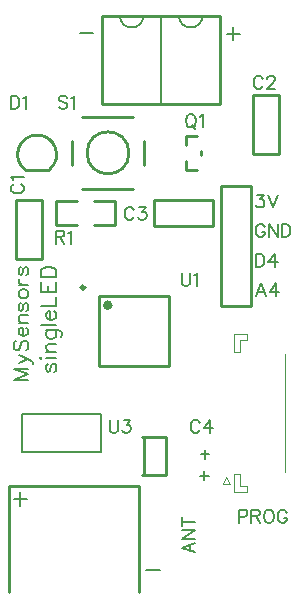
<source format=gto>
G04 ---------------------------- Layer name :TOP SILK LAYER*
G04 EasyEDA v5.3.2, Sat, 10 Mar 2018 16:58:59 GMT*
G04 Gerber Generator version 0.2*
G04 Scale: 100 percent, Rotated: No, Reflected: No *
G04 Dimensions in millimeters *
G04 leading zeros omitted , absolute positions ,3 integer and 3 decimal *
%FSLAX33Y33*%
%MOMM*%
G90*
G71D02*

%ADD10C,0.254000*%
%ADD31C,0.150114*%
%ADD32C,0.228600*%
%ADD33C,0.119990*%
%ADD34C,0.200660*%
%ADD35C,0.299999*%
%ADD36C,0.399999*%
%ADD37C,0.200000*%
%ADD38C,0.203200*%
%ADD39C,0.177800*%

%LPD*%
G54D10*
G01X8501Y49681D02*
G01X8501Y42182D01*
G01X18504Y49681D02*
G01X18504Y42181D01*
G01X18501Y42182D02*
G01X8501Y42182D01*
G01X18501Y49681D02*
G01X8501Y49681D01*
G54D31*
G01X13501Y42182D02*
G01X13501Y49681D01*
G54D10*
G01X14131Y25914D02*
G01X8231Y25914D01*
G01X8231Y20014D01*
G01X14131Y20014D01*
G01X14131Y25914D01*
G54D32*
G01X17864Y31881D02*
G01X12864Y31881D01*
G01X12864Y34081D01*
G01X17864Y34081D01*
G01X17864Y31881D01*
G54D10*
G01X7823Y31940D02*
G01X9601Y31940D01*
G01X9601Y34023D01*
G01X7823Y34023D01*
G01X6400Y34023D02*
G01X4622Y34023D01*
G01X4622Y31940D01*
G01X6400Y31940D01*
G54D32*
G01X1185Y29087D02*
G01X1185Y34087D01*
G01X3386Y34087D01*
G01X3386Y29087D01*
G01X1185Y29087D01*
G54D33*
G01X24008Y11020D02*
G01X24008Y21020D01*
G01X20807Y9321D02*
G01X19708Y9321D01*
G01X19708Y10870D01*
G01X20207Y10870D01*
G01X20207Y9820D01*
G01X20807Y9820D01*
G01X20807Y9321D01*
G01X20807Y22720D02*
G01X19708Y22720D01*
G01X19708Y21170D01*
G01X20207Y21170D01*
G01X20207Y22220D01*
G01X20807Y22220D01*
G01X20807Y22720D01*
G01X19008Y10645D02*
G01X18708Y10045D01*
G01X19308Y10045D01*
G01X19008Y10645D01*
G54D10*
G01X11158Y41109D02*
G01X6840Y41109D01*
G01X6840Y35013D02*
G01X11158Y35013D01*
G01X12047Y39052D02*
G01X12047Y37045D01*
G01X5951Y39077D02*
G01X5951Y37045D01*
G01X1983Y36639D02*
G01X4015Y36639D01*
G01X21082Y35267D02*
G01X21082Y25107D01*
G01X18542Y25107D01*
G01X18542Y35267D01*
G01X21082Y35267D01*
G01X21082Y32727D01*
G01X16891Y37884D02*
G01X16891Y38239D01*
G01X16510Y39509D02*
G01X15621Y39509D01*
G01X15621Y38747D01*
G01X15621Y37376D02*
G01X15621Y36614D01*
G01X16510Y36614D01*
G54D34*
G01X8448Y12710D02*
G01X1747Y12710D01*
G01X1747Y15958D01*
G01X8448Y15958D01*
G01X8448Y12710D01*
G54D10*
G01X12090Y13931D02*
G01X12090Y10883D01*
G01X11887Y14008D02*
G01X13919Y14008D01*
G01X13919Y10807D02*
G01X13919Y14008D01*
G01X13919Y10807D02*
G01X11887Y10807D01*
G01X588Y881D02*
G01X588Y9881D01*
G01X11587Y881D02*
G01X11587Y9881D01*
G01X588Y9881D02*
G01X11587Y9881D01*
G54D32*
G01X21251Y37977D02*
G01X21251Y42977D01*
G01X23452Y42977D01*
G01X23452Y37977D01*
G01X21251Y37977D01*
G54D37*
G01X1016Y18849D02*
G01X2255Y18849D01*
G01X1016Y18849D02*
G01X2255Y19321D01*
G01X1016Y19794D02*
G01X2255Y19321D01*
G01X1016Y19794D02*
G01X2255Y19794D01*
G01X1430Y20243D02*
G01X2255Y20599D01*
G01X1430Y20952D02*
G01X2255Y20599D01*
G01X2491Y20480D01*
G01X2611Y20363D01*
G01X2669Y20243D01*
G01X2669Y20185D01*
G01X1193Y22169D02*
G01X1074Y22052D01*
G01X1016Y21874D01*
G01X1016Y21638D01*
G01X1074Y21460D01*
G01X1193Y21343D01*
G01X1310Y21343D01*
G01X1430Y21402D01*
G01X1488Y21460D01*
G01X1546Y21579D01*
G01X1666Y21932D01*
G01X1724Y22052D01*
G01X1783Y22110D01*
G01X1902Y22169D01*
G01X2080Y22169D01*
G01X2197Y22052D01*
G01X2255Y21874D01*
G01X2255Y21638D01*
G01X2197Y21460D01*
G01X2080Y21343D01*
G01X1783Y22560D02*
G01X1783Y23268D01*
G01X1666Y23268D01*
G01X1546Y23210D01*
G01X1488Y23152D01*
G01X1430Y23032D01*
G01X1430Y22854D01*
G01X1488Y22738D01*
G01X1605Y22618D01*
G01X1783Y22560D01*
G01X1902Y22560D01*
G01X2080Y22618D01*
G01X2197Y22738D01*
G01X2255Y22854D01*
G01X2255Y23032D01*
G01X2197Y23152D01*
G01X2080Y23268D01*
G01X1430Y23660D02*
G01X2255Y23660D01*
G01X1666Y23660D02*
G01X1488Y23835D01*
G01X1430Y23954D01*
G01X1430Y24132D01*
G01X1488Y24249D01*
G01X1666Y24310D01*
G01X2255Y24310D01*
G01X1605Y25349D02*
G01X1488Y25290D01*
G01X1430Y25113D01*
G01X1430Y24935D01*
G01X1488Y24757D01*
G01X1605Y24698D01*
G01X1724Y24757D01*
G01X1783Y24876D01*
G01X1844Y25171D01*
G01X1902Y25290D01*
G01X2019Y25349D01*
G01X2080Y25349D01*
G01X2197Y25290D01*
G01X2255Y25113D01*
G01X2255Y24935D01*
G01X2197Y24757D01*
G01X2080Y24698D01*
G01X1430Y26035D02*
G01X1488Y25915D01*
G01X1605Y25798D01*
G01X1783Y25740D01*
G01X1902Y25740D01*
G01X2080Y25798D01*
G01X2197Y25915D01*
G01X2255Y26035D01*
G01X2255Y26212D01*
G01X2197Y26329D01*
G01X2080Y26449D01*
G01X1902Y26507D01*
G01X1783Y26507D01*
G01X1605Y26449D01*
G01X1488Y26329D01*
G01X1430Y26212D01*
G01X1430Y26035D01*
G01X1430Y26898D02*
G01X2255Y26898D01*
G01X1783Y26898D02*
G01X1605Y26957D01*
G01X1488Y27073D01*
G01X1430Y27193D01*
G01X1430Y27371D01*
G01X1605Y28409D02*
G01X1488Y28351D01*
G01X1430Y28173D01*
G01X1430Y27995D01*
G01X1488Y27818D01*
G01X1605Y27759D01*
G01X1724Y27818D01*
G01X1783Y27937D01*
G01X1844Y28232D01*
G01X1902Y28351D01*
G01X2019Y28409D01*
G01X2080Y28409D01*
G01X2197Y28351D01*
G01X2255Y28173D01*
G01X2255Y27995D01*
G01X2197Y27818D01*
G01X2080Y27759D01*
G01X3942Y20218D02*
G01X3815Y20154D01*
G01X3751Y19961D01*
G01X3751Y19771D01*
G01X3815Y19580D01*
G01X3942Y19517D01*
G01X4069Y19580D01*
G01X4132Y19707D01*
G01X4196Y20025D01*
G01X4259Y20154D01*
G01X4386Y20218D01*
G01X4450Y20218D01*
G01X4577Y20154D01*
G01X4640Y19961D01*
G01X4640Y19771D01*
G01X4577Y19580D01*
G01X4450Y19517D01*
G01X3304Y20637D02*
G01X3368Y20701D01*
G01X3304Y20764D01*
G01X3241Y20701D01*
G01X3304Y20637D01*
G01X3751Y20701D02*
G01X4640Y20701D01*
G01X3751Y21183D02*
G01X4640Y21183D01*
G01X4005Y21183D02*
G01X3815Y21376D01*
G01X3751Y21503D01*
G01X3751Y21694D01*
G01X3815Y21821D01*
G01X4005Y21884D01*
G01X4640Y21884D01*
G01X3751Y23068D02*
G01X4770Y23068D01*
G01X4960Y23004D01*
G01X5024Y22941D01*
G01X5087Y22814D01*
G01X5087Y22623D01*
G01X5024Y22496D01*
G01X3942Y23068D02*
G01X3815Y22941D01*
G01X3751Y22814D01*
G01X3751Y22623D01*
G01X3815Y22496D01*
G01X3942Y22367D01*
G01X4132Y22303D01*
G01X4259Y22303D01*
G01X4450Y22367D01*
G01X4577Y22496D01*
G01X4640Y22623D01*
G01X4640Y22814D01*
G01X4577Y22941D01*
G01X4450Y23068D01*
G01X3304Y23487D02*
G01X4640Y23487D01*
G01X4132Y23909D02*
G01X4132Y24671D01*
G01X4005Y24671D01*
G01X3878Y24607D01*
G01X3815Y24544D01*
G01X3751Y24417D01*
G01X3751Y24226D01*
G01X3815Y24099D01*
G01X3942Y23972D01*
G01X4132Y23909D01*
G01X4259Y23909D01*
G01X4450Y23972D01*
G01X4577Y24099D01*
G01X4640Y24226D01*
G01X4640Y24417D01*
G01X4577Y24544D01*
G01X4450Y24671D01*
G01X3304Y25092D02*
G01X4640Y25092D01*
G01X4640Y25092D02*
G01X4640Y25854D01*
G01X3304Y26276D02*
G01X4640Y26276D01*
G01X3304Y26276D02*
G01X3304Y27101D01*
G01X3942Y26276D02*
G01X3942Y26784D01*
G01X4640Y26276D02*
G01X4640Y27101D01*
G01X3304Y27523D02*
G01X4640Y27523D01*
G01X3304Y27523D02*
G01X3304Y27967D01*
G01X3368Y28158D01*
G01X3497Y28285D01*
G01X3624Y28348D01*
G01X3815Y28412D01*
G01X4132Y28412D01*
G01X4323Y28348D01*
G01X4450Y28285D01*
G01X4577Y28158D01*
G01X4640Y27967D01*
G01X4640Y27523D01*
G54D38*
G01X21617Y34531D02*
G01X22189Y34531D01*
G01X21877Y34117D01*
G01X22034Y34117D01*
G01X22136Y34063D01*
G01X22189Y34013D01*
G01X22240Y33858D01*
G01X22240Y33754D01*
G01X22189Y33596D01*
G01X22085Y33492D01*
G01X21930Y33441D01*
G01X21772Y33441D01*
G01X21617Y33492D01*
G01X21564Y33545D01*
G01X21513Y33649D01*
G01X22583Y34531D02*
G01X22999Y33441D01*
G01X23416Y34531D02*
G01X22999Y33441D01*
G01X17228Y12164D02*
G01X17228Y12890D01*
G01X17592Y12527D02*
G01X16865Y12527D01*
G01X17157Y10368D02*
G01X17157Y11094D01*
G01X17520Y10731D02*
G01X16794Y10731D01*
G01X12252Y2730D02*
G01X13398Y2730D01*
G01X1587Y9334D02*
G01X1587Y8191D01*
G01X1016Y8763D02*
G01X2161Y8763D01*
G01X22293Y31766D02*
G01X22240Y31870D01*
G01X22136Y31974D01*
G01X22034Y32025D01*
G01X21826Y32025D01*
G01X21722Y31974D01*
G01X21617Y31870D01*
G01X21564Y31766D01*
G01X21513Y31611D01*
G01X21513Y31352D01*
G01X21564Y31194D01*
G01X21617Y31090D01*
G01X21722Y30986D01*
G01X21826Y30935D01*
G01X22034Y30935D01*
G01X22136Y30986D01*
G01X22240Y31090D01*
G01X22293Y31194D01*
G01X22293Y31352D01*
G01X22034Y31352D02*
G01X22293Y31352D01*
G01X22636Y32025D02*
G01X22636Y30935D01*
G01X22636Y32025D02*
G01X23362Y30935D01*
G01X23362Y32025D02*
G01X23362Y30935D01*
G01X23705Y32025D02*
G01X23705Y30935D01*
G01X23705Y32025D02*
G01X24069Y32025D01*
G01X24226Y31974D01*
G01X24330Y31870D01*
G01X24381Y31766D01*
G01X24434Y31611D01*
G01X24434Y31352D01*
G01X24381Y31194D01*
G01X24330Y31090D01*
G01X24226Y30986D01*
G01X24069Y30935D01*
G01X23705Y30935D01*
G01X21513Y29519D02*
G01X21513Y28429D01*
G01X21513Y29519D02*
G01X21876Y29519D01*
G01X22034Y29468D01*
G01X22136Y29364D01*
G01X22189Y29259D01*
G01X22240Y29105D01*
G01X22240Y28845D01*
G01X22189Y28688D01*
G01X22136Y28584D01*
G01X22034Y28480D01*
G01X21876Y28429D01*
G01X21513Y28429D01*
G01X23103Y29519D02*
G01X22583Y28792D01*
G01X23362Y28792D01*
G01X23103Y29519D02*
G01X23103Y28429D01*
G01X21930Y27012D02*
G01X21513Y25923D01*
G01X21930Y27012D02*
G01X22344Y25923D01*
G01X21668Y26286D02*
G01X22189Y26286D01*
G01X23207Y27012D02*
G01X22687Y26286D01*
G01X23467Y26286D01*
G01X23207Y27012D02*
G01X23207Y25923D01*
G01X19621Y48729D02*
G01X19621Y47586D01*
G01X19050Y48158D02*
G01X20195Y48158D01*
G01X6604Y48221D02*
G01X7749Y48221D01*
G54D39*
G01X15240Y27901D02*
G01X15240Y27122D01*
G01X15290Y26964D01*
G01X15394Y26863D01*
G01X15552Y26809D01*
G01X15656Y26809D01*
G01X15811Y26863D01*
G01X15915Y26964D01*
G01X15966Y27122D01*
G01X15966Y27901D01*
G01X16309Y27693D02*
G01X16413Y27744D01*
G01X16570Y27901D01*
G01X16570Y26809D01*
G01X15240Y4645D02*
G01X16329Y4229D01*
G01X15240Y4645D02*
G01X16329Y5059D01*
G01X15966Y4384D02*
G01X15966Y4904D01*
G01X15240Y5402D02*
G01X16329Y5402D01*
G01X15240Y5402D02*
G01X16329Y6131D01*
G01X15240Y6131D02*
G01X16329Y6131D01*
G01X15240Y6837D02*
G01X16329Y6837D01*
G01X15240Y6474D02*
G01X15240Y7200D01*
G01X11193Y33228D02*
G01X11142Y33332D01*
G01X11038Y33436D01*
G01X10934Y33489D01*
G01X10726Y33489D01*
G01X10622Y33436D01*
G01X10518Y33332D01*
G01X10467Y33228D01*
G01X10414Y33073D01*
G01X10414Y32814D01*
G01X10467Y32656D01*
G01X10518Y32552D01*
G01X10622Y32448D01*
G01X10726Y32397D01*
G01X10934Y32397D01*
G01X11038Y32448D01*
G01X11142Y32552D01*
G01X11193Y32656D01*
G01X11640Y33489D02*
G01X12212Y33489D01*
G01X11899Y33073D01*
G01X12057Y33073D01*
G01X12158Y33020D01*
G01X12212Y32969D01*
G01X12263Y32814D01*
G01X12263Y32710D01*
G01X12212Y32552D01*
G01X12108Y32448D01*
G01X11953Y32397D01*
G01X11795Y32397D01*
G01X11640Y32448D01*
G01X11587Y32501D01*
G01X11536Y32606D01*
G01X4572Y31457D02*
G01X4572Y30368D01*
G01X4572Y31457D02*
G01X5039Y31457D01*
G01X5194Y31407D01*
G01X5247Y31356D01*
G01X5298Y31252D01*
G01X5298Y31148D01*
G01X5247Y31043D01*
G01X5194Y30990D01*
G01X5039Y30939D01*
G01X4572Y30939D01*
G01X4935Y30939D02*
G01X5298Y30368D01*
G01X5641Y31252D02*
G01X5745Y31302D01*
G01X5902Y31457D01*
G01X5902Y30368D01*
G01X1023Y35427D02*
G01X919Y35377D01*
G01X815Y35272D01*
G01X762Y35168D01*
G01X762Y34960D01*
G01X815Y34856D01*
G01X919Y34752D01*
G01X1023Y34701D01*
G01X1178Y34648D01*
G01X1437Y34648D01*
G01X1595Y34701D01*
G01X1699Y34752D01*
G01X1803Y34856D01*
G01X1854Y34960D01*
G01X1854Y35168D01*
G01X1803Y35272D01*
G01X1699Y35377D01*
G01X1595Y35427D01*
G01X970Y35770D02*
G01X919Y35874D01*
G01X762Y36029D01*
G01X1854Y36029D01*
G01X20066Y7835D02*
G01X20066Y6746D01*
G01X20066Y7835D02*
G01X20533Y7835D01*
G01X20688Y7785D01*
G01X20741Y7734D01*
G01X20792Y7630D01*
G01X20792Y7472D01*
G01X20741Y7368D01*
G01X20688Y7317D01*
G01X20533Y7264D01*
G01X20066Y7264D01*
G01X21135Y7835D02*
G01X21135Y6746D01*
G01X21135Y7835D02*
G01X21602Y7835D01*
G01X21760Y7785D01*
G01X21810Y7734D01*
G01X21864Y7630D01*
G01X21864Y7526D01*
G01X21810Y7421D01*
G01X21760Y7368D01*
G01X21602Y7317D01*
G01X21135Y7317D01*
G01X21501Y7317D02*
G01X21864Y6746D01*
G01X22517Y7835D02*
G01X22415Y7785D01*
G01X22311Y7680D01*
G01X22258Y7576D01*
G01X22207Y7421D01*
G01X22207Y7162D01*
G01X22258Y7005D01*
G01X22311Y6901D01*
G01X22415Y6797D01*
G01X22517Y6746D01*
G01X22725Y6746D01*
G01X22829Y6797D01*
G01X22933Y6901D01*
G01X22987Y7005D01*
G01X23037Y7162D01*
G01X23037Y7421D01*
G01X22987Y7576D01*
G01X22933Y7680D01*
G01X22829Y7785D01*
G01X22725Y7835D01*
G01X22517Y7835D01*
G01X24160Y7576D02*
G01X24107Y7680D01*
G01X24003Y7785D01*
G01X23901Y7835D01*
G01X23693Y7835D01*
G01X23588Y7785D01*
G01X23484Y7680D01*
G01X23431Y7576D01*
G01X23380Y7421D01*
G01X23380Y7162D01*
G01X23431Y7005D01*
G01X23484Y6901D01*
G01X23588Y6797D01*
G01X23693Y6746D01*
G01X23901Y6746D01*
G01X24003Y6797D01*
G01X24107Y6901D01*
G01X24160Y7005D01*
G01X24160Y7162D01*
G01X23901Y7162D02*
G01X24160Y7162D01*
G01X5552Y42732D02*
G01X5448Y42837D01*
G01X5293Y42887D01*
G01X5085Y42887D01*
G01X4930Y42837D01*
G01X4825Y42732D01*
G01X4825Y42628D01*
G01X4876Y42524D01*
G01X4930Y42473D01*
G01X5034Y42420D01*
G01X5346Y42316D01*
G01X5448Y42265D01*
G01X5501Y42214D01*
G01X5552Y42110D01*
G01X5552Y41953D01*
G01X5448Y41849D01*
G01X5293Y41798D01*
G01X5085Y41798D01*
G01X4930Y41849D01*
G01X4825Y41953D01*
G01X5895Y42682D02*
G01X5999Y42732D01*
G01X6156Y42887D01*
G01X6156Y41798D01*
G01X762Y42887D02*
G01X762Y41798D01*
G01X762Y42887D02*
G01X1125Y42887D01*
G01X1282Y42837D01*
G01X1384Y42732D01*
G01X1437Y42628D01*
G01X1488Y42473D01*
G01X1488Y42214D01*
G01X1437Y42057D01*
G01X1384Y41953D01*
G01X1282Y41849D01*
G01X1125Y41798D01*
G01X762Y41798D01*
G01X1831Y42682D02*
G01X1935Y42732D01*
G01X2092Y42887D01*
G01X2092Y41798D01*
G01X15920Y41313D02*
G01X15816Y41262D01*
G01X15712Y41158D01*
G01X15659Y41053D01*
G01X15608Y40899D01*
G01X15608Y40639D01*
G01X15659Y40482D01*
G01X15712Y40378D01*
G01X15816Y40274D01*
G01X15920Y40223D01*
G01X16129Y40223D01*
G01X16230Y40274D01*
G01X16334Y40378D01*
G01X16388Y40482D01*
G01X16438Y40639D01*
G01X16438Y40899D01*
G01X16388Y41053D01*
G01X16334Y41158D01*
G01X16230Y41262D01*
G01X16129Y41313D01*
G01X15920Y41313D01*
G01X16075Y40431D02*
G01X16388Y40119D01*
G01X16781Y41107D02*
G01X16885Y41158D01*
G01X17043Y41313D01*
G01X17043Y40223D01*
G01X9143Y15455D02*
G01X9143Y14678D01*
G01X9194Y14521D01*
G01X9298Y14417D01*
G01X9456Y14366D01*
G01X9560Y14366D01*
G01X9715Y14417D01*
G01X9819Y14521D01*
G01X9870Y14678D01*
G01X9870Y15455D01*
G01X10317Y15455D02*
G01X10888Y15455D01*
G01X10579Y15041D01*
G01X10734Y15041D01*
G01X10838Y14988D01*
G01X10888Y14937D01*
G01X10942Y14782D01*
G01X10942Y14678D01*
G01X10888Y14521D01*
G01X10784Y14417D01*
G01X10629Y14366D01*
G01X10474Y14366D01*
G01X10317Y14417D01*
G01X10266Y14470D01*
G01X10213Y14574D01*
G01X16781Y15196D02*
G01X16728Y15300D01*
G01X16624Y15405D01*
G01X16522Y15455D01*
G01X16314Y15455D01*
G01X16210Y15405D01*
G01X16106Y15300D01*
G01X16052Y15196D01*
G01X16002Y15041D01*
G01X16002Y14782D01*
G01X16052Y14625D01*
G01X16106Y14521D01*
G01X16210Y14417D01*
G01X16314Y14366D01*
G01X16522Y14366D01*
G01X16624Y14417D01*
G01X16728Y14521D01*
G01X16781Y14625D01*
G01X17642Y15455D02*
G01X17124Y14729D01*
G01X17904Y14729D01*
G01X17642Y15455D02*
G01X17642Y14366D01*
G01X22108Y44320D02*
G01X22057Y44424D01*
G01X21953Y44528D01*
G01X21849Y44582D01*
G01X21640Y44582D01*
G01X21536Y44528D01*
G01X21432Y44424D01*
G01X21381Y44320D01*
G01X21328Y44165D01*
G01X21328Y43906D01*
G01X21381Y43748D01*
G01X21432Y43644D01*
G01X21536Y43540D01*
G01X21640Y43489D01*
G01X21849Y43489D01*
G01X21953Y43540D01*
G01X22057Y43644D01*
G01X22108Y43748D01*
G01X22501Y44320D02*
G01X22501Y44373D01*
G01X22555Y44477D01*
G01X22605Y44528D01*
G01X22710Y44582D01*
G01X22918Y44582D01*
G01X23022Y44528D01*
G01X23073Y44477D01*
G01X23126Y44373D01*
G01X23126Y44269D01*
G01X23073Y44165D01*
G01X22971Y44010D01*
G01X22451Y43489D01*
G01X23177Y43489D01*
G54D31*
G75*
G01X15002Y49682D02*
G3X17002Y49682I1000J0D01*
G01*
G75*
G01X10005Y49679D02*
G3X12005Y49679I1000J0D01*
G01*
G54D35*
G75*
G01X7031Y26665D02*
G3X7031Y26662I-150J-1D01*
G01*
G54D36*
G75*
G01X9182Y25164D02*
G3X9182Y25161I-200J-1D01*
G01*
G54D10*
G75*
G01X4041Y36640D02*
G3X1958Y36640I-1041J1282D01*
G01*
G75*
G01X10777Y38062D02*
G03X10777Y38062I-1778J0D01*
G01*
M00*
M02*

</source>
